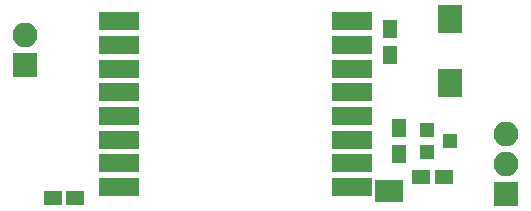
<source format=gts>
G04 #@! TF.GenerationSoftware,KiCad,Pcbnew,no-vcs-found-44b118f~58~ubuntu16.04.1*
G04 #@! TF.CreationDate,2017-06-12T14:28:04+03:00*
G04 #@! TF.ProjectId,ws281x_led_strip_controller,7773323831785F6C65645F7374726970,rev?*
G04 #@! TF.FileFunction,Soldermask,Top*
G04 #@! TF.FilePolarity,Negative*
%FSLAX46Y46*%
G04 Gerber Fmt 4.6, Leading zero omitted, Abs format (unit mm)*
G04 Created by KiCad (PCBNEW no-vcs-found-44b118f~58~ubuntu16.04.1) date Mon Jun 12 14:28:04 2017*
%MOMM*%
%LPD*%
G01*
G04 APERTURE LIST*
%ADD10C,0.100000*%
%ADD11R,2.400000X1.900000*%
%ADD12R,1.600000X1.150000*%
%ADD13R,2.000000X2.400000*%
%ADD14R,1.300000X1.600000*%
%ADD15R,3.400000X1.600000*%
%ADD16R,1.300000X1.200000*%
%ADD17O,2.100000X2.100000*%
%ADD18R,2.100000X2.100000*%
G04 APERTURE END LIST*
D10*
D11*
X106350000Y-90600000D03*
D12*
X79750000Y-91200000D03*
X77850000Y-91200000D03*
D13*
X111506000Y-76040000D03*
X111506000Y-81440000D03*
D14*
X106426000Y-76878000D03*
X106426000Y-79078000D03*
D15*
X103180000Y-76264000D03*
X103180000Y-78264000D03*
X103180000Y-80264000D03*
X103180000Y-82264000D03*
X103180000Y-84264000D03*
X103180000Y-86264000D03*
X103180000Y-88264000D03*
X103180000Y-90264000D03*
X83480000Y-90264000D03*
X83480000Y-88264000D03*
X83480000Y-86264000D03*
X83480000Y-84264000D03*
X83480000Y-82264000D03*
X83480000Y-80264000D03*
X83480000Y-78264000D03*
X83480000Y-76264000D03*
D12*
X110950000Y-89400000D03*
X109050000Y-89400000D03*
D14*
X107200000Y-87500000D03*
X107200000Y-85300000D03*
D16*
X111500000Y-86400000D03*
X109500000Y-87350000D03*
X109500000Y-85450000D03*
D17*
X75500000Y-77400000D03*
D18*
X75500000Y-79940000D03*
D17*
X116200000Y-85760000D03*
X116200000Y-88300000D03*
D18*
X116200000Y-90840000D03*
M02*

</source>
